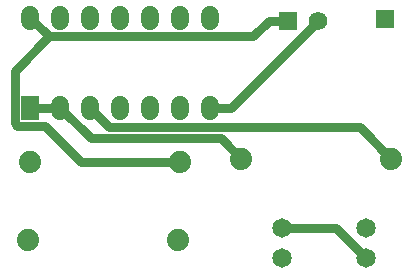
<source format=gtl>
G04 Layer: TopLayer*
G04 EasyEDA v6.4.31, 2022-02-21 10:24:03*
G04 30f33cc809fd450ca7eb4ca7eccbfc45,10*
G04 Gerber Generator version 0.2*
G04 Scale: 100 percent, Rotated: No, Reflected: No *
G04 Dimensions in millimeters *
G04 leading zeros omitted , absolute positions ,4 integer and 5 decimal *
%FSLAX45Y45*%
%MOMM*%

%ADD11C,0.8000*%
%ADD12R,1.5748X1.5748*%
%ADD13C,1.5748*%
%ADD14C,1.6510*%
%ADD15C,1.8796*%
%ADD17C,1.5000*%

%LPD*%
D11*
X1803402Y4356100D02*
G01*
X1967638Y4191863D01*
X4088538Y4191863D01*
X4356102Y3924300D01*
X1295402Y4356100D02*
G01*
X1549402Y4356100D01*
X1549402Y4356100D02*
G01*
X1809041Y4096461D01*
X2913941Y4096461D01*
X3086102Y3924300D01*
X4140202Y3086100D02*
G01*
X3886202Y3340100D01*
X3429002Y3340100D01*
X2819402Y4356100D02*
G01*
X2997202Y4356100D01*
X3733802Y5092700D01*
X3479802Y5092700D02*
G01*
X3321001Y5092700D01*
X2565402Y3898900D02*
G01*
X1727608Y3898900D01*
X1425806Y4200702D01*
X1188392Y4200702D01*
X1164998Y4224096D01*
X1164998Y4670196D01*
X1454152Y4959350D01*
X1295402Y5118100D02*
G01*
X1454152Y4959350D01*
X1454152Y4959350D02*
G01*
X3187651Y4959350D01*
X3321001Y5092700D01*
D12*
G01*
X3479800Y5092700D03*
D13*
G01*
X3733800Y5092700D03*
D12*
G01*
X4305300Y5105400D03*
D14*
G01*
X3429000Y3340100D03*
G01*
X3429000Y3086100D03*
G01*
X4140200Y3340100D03*
G01*
X4140200Y3086100D03*
D15*
G01*
X1295400Y3898900D03*
G01*
X2565400Y3898900D03*
G01*
X1282700Y3238500D03*
G01*
X2552700Y3238500D03*
G01*
X3086100Y3924300D03*
G01*
X4356100Y3924300D03*
G36*
X1220398Y4456099D02*
G01*
X1370401Y4456099D01*
X1370401Y4256100D01*
X1220398Y4256100D01*
G37*
D17*
X1549400Y4381098D02*
G01*
X1549400Y4331098D01*
X1803400Y4381098D02*
G01*
X1803400Y4331098D01*
X2057400Y4381098D02*
G01*
X2057400Y4331098D01*
X2311400Y4381098D02*
G01*
X2311400Y4331098D01*
X2565400Y4381098D02*
G01*
X2565400Y4331098D01*
X2819400Y4381098D02*
G01*
X2819400Y4331098D01*
X1295400Y5143098D02*
G01*
X1295400Y5093098D01*
X1549400Y5143098D02*
G01*
X1549400Y5093098D01*
X1803400Y5143098D02*
G01*
X1803400Y5093098D01*
X2057400Y5143098D02*
G01*
X2057400Y5093098D01*
X2311400Y5143098D02*
G01*
X2311400Y5093098D01*
X2565400Y5143098D02*
G01*
X2565400Y5093098D01*
X2819400Y5143098D02*
G01*
X2819400Y5093098D01*
M02*

</source>
